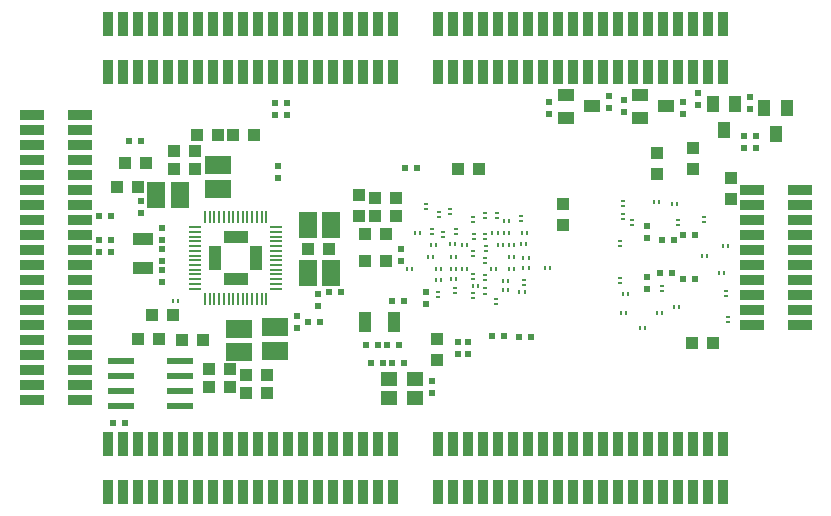
<source format=gbr>
G04 #@! TF.GenerationSoftware,KiCad,Pcbnew,5.1.0-rc2-unknown-036be7d~80~ubuntu16.04.1*
G04 #@! TF.CreationDate,2023-04-21T13:27:13+03:00*
G04 #@! TF.ProjectId,iMX8MPLUS-SOM_Rev_B,694d5838-4d50-44c5-9553-2d534f4d5f52,A*
G04 #@! TF.SameCoordinates,Original*
G04 #@! TF.FileFunction,Paste,Bot*
G04 #@! TF.FilePolarity,Positive*
%FSLAX46Y46*%
G04 Gerber Fmt 4.6, Leading zero omitted, Abs format (unit mm)*
G04 Created by KiCad (PCBNEW 5.1.0-rc2-unknown-036be7d~80~ubuntu16.04.1) date 2023-04-21 13:27:13*
%MOMM*%
%LPD*%
G04 APERTURE LIST*
%ADD10R,1.016000X1.016000*%
%ADD11R,1.400000X1.000000*%
%ADD12R,1.000000X2.000000*%
%ADD13R,2.000000X1.000000*%
%ADD14R,0.211000X1.011000*%
%ADD15R,1.011000X0.211000*%
%ADD16R,0.900000X2.000000*%
%ADD17R,2.000000X0.900000*%
%ADD18R,0.550000X0.500000*%
%ADD19R,0.500000X0.550000*%
%ADD20R,2.254000X1.554000*%
%ADD21R,1.554000X2.254000*%
%ADD22R,1.800000X1.000000*%
%ADD23R,1.000000X1.800000*%
%ADD24R,1.400000X1.200000*%
%ADD25R,2.200000X0.600000*%
%ADD26R,1.000000X1.400000*%
%ADD27R,0.381000X0.254000*%
%ADD28R,0.254000X0.381000*%
%ADD29R,2.054000X0.954000*%
G04 APERTURE END LIST*
D10*
X100076000Y-92075000D03*
X98298000Y-92075000D03*
D11*
X137068560Y-73212960D03*
X137068560Y-71310500D03*
X139278360Y-72265540D03*
X133055360Y-72265540D03*
X130845560Y-71310500D03*
X130845560Y-73212960D03*
D12*
X104620000Y-85090000D03*
D13*
X102870000Y-83340000D03*
D12*
X101120000Y-85090000D03*
D13*
X102870000Y-86840000D03*
D14*
X100270000Y-88540000D03*
X100670000Y-88540000D03*
X101070000Y-88540000D03*
X101470000Y-88540000D03*
X101870000Y-88540000D03*
X102270000Y-88540000D03*
X102670000Y-88540000D03*
X103070000Y-88540000D03*
X103470000Y-88540000D03*
X103870000Y-88540000D03*
X104270000Y-88540000D03*
X104670000Y-88540000D03*
X105070000Y-88540000D03*
X105470000Y-88540000D03*
D15*
X106320000Y-87690000D03*
X106320000Y-87290000D03*
X106320000Y-86890000D03*
X106320000Y-86490000D03*
X106320000Y-86090000D03*
X106320000Y-85690000D03*
X106320000Y-85290000D03*
X106320000Y-84890000D03*
X106320000Y-84490000D03*
X106320000Y-84090000D03*
X106320000Y-83690000D03*
X106320000Y-83290000D03*
X106320000Y-82890000D03*
X106320000Y-82490000D03*
D14*
X105470000Y-81640000D03*
X105070000Y-81640000D03*
X104670000Y-81640000D03*
X104270000Y-81640000D03*
X103870000Y-81640000D03*
X103470000Y-81640000D03*
X103070000Y-81640000D03*
X102670000Y-81640000D03*
X102270000Y-81640000D03*
X101870000Y-81640000D03*
X101470000Y-81640000D03*
X101070000Y-81640000D03*
X100670000Y-81640000D03*
X100270000Y-81640000D03*
D15*
X99420000Y-82490000D03*
X99420000Y-82890000D03*
X99420000Y-83290000D03*
X99420000Y-83690000D03*
X99420000Y-84090000D03*
X99420000Y-84490000D03*
X99420000Y-84890000D03*
X99420000Y-85290000D03*
X99420000Y-85690000D03*
X99420000Y-86090000D03*
X99420000Y-86490000D03*
X99420000Y-86890000D03*
X99420000Y-87290000D03*
X99420000Y-87690000D03*
D16*
X131445000Y-100838000D03*
X131445000Y-104902000D03*
X130175000Y-100838000D03*
X130175000Y-104902000D03*
X128905000Y-100838000D03*
X128905000Y-104902000D03*
X127635000Y-100838000D03*
X127635000Y-104902000D03*
X126365000Y-100838000D03*
X126365000Y-104902000D03*
X125095000Y-100838000D03*
X125095000Y-104902000D03*
X123825000Y-100838000D03*
X123825000Y-104902000D03*
X122555000Y-100838000D03*
X122555000Y-104902000D03*
X121285000Y-100838000D03*
X121285000Y-104902000D03*
X120015000Y-100838000D03*
X120015000Y-104902000D03*
X132715000Y-104902000D03*
X132715000Y-100838000D03*
X133985000Y-104902000D03*
X133985000Y-100838000D03*
X135255000Y-104902000D03*
X135255000Y-100838000D03*
X136525000Y-104902000D03*
X136525000Y-100838000D03*
X137795000Y-104902000D03*
X137795000Y-100838000D03*
X139065000Y-104902000D03*
X139065000Y-100838000D03*
X140335000Y-104902000D03*
X140335000Y-100838000D03*
X141605000Y-104902000D03*
X141605000Y-100838000D03*
X142875000Y-104902000D03*
X142875000Y-100838000D03*
X144145000Y-104902000D03*
X144145000Y-100838000D03*
X103505000Y-100838000D03*
X103505000Y-104902000D03*
X102235000Y-100838000D03*
X102235000Y-104902000D03*
X100965000Y-100838000D03*
X100965000Y-104902000D03*
X99695000Y-100838000D03*
X99695000Y-104902000D03*
X98425000Y-100838000D03*
X98425000Y-104902000D03*
X97155000Y-100838000D03*
X97155000Y-104902000D03*
X95885000Y-100838000D03*
X95885000Y-104902000D03*
X94615000Y-100838000D03*
X94615000Y-104902000D03*
X93345000Y-100838000D03*
X93345000Y-104902000D03*
X92075000Y-100838000D03*
X92075000Y-104902000D03*
X104775000Y-104902000D03*
X104775000Y-100838000D03*
X106045000Y-104902000D03*
X106045000Y-100838000D03*
X107315000Y-104902000D03*
X107315000Y-100838000D03*
X108585000Y-104902000D03*
X108585000Y-100838000D03*
X109855000Y-104902000D03*
X109855000Y-100838000D03*
X111125000Y-104902000D03*
X111125000Y-100838000D03*
X112395000Y-104902000D03*
X112395000Y-100838000D03*
X113665000Y-104902000D03*
X113665000Y-100838000D03*
X114935000Y-104902000D03*
X114935000Y-100838000D03*
X116205000Y-104902000D03*
X116205000Y-100838000D03*
D17*
X89662000Y-84455000D03*
X85598000Y-84455000D03*
X89662000Y-83185000D03*
X85598000Y-83185000D03*
X89662000Y-81915000D03*
X85598000Y-81915000D03*
X89662000Y-80645000D03*
X85598000Y-80645000D03*
X89662000Y-79375000D03*
X85598000Y-79375000D03*
X89662000Y-78105000D03*
X85598000Y-78105000D03*
X89662000Y-76835000D03*
X85598000Y-76835000D03*
X89662000Y-75565000D03*
X85598000Y-75565000D03*
X89662000Y-74295000D03*
X85598000Y-74295000D03*
X89662000Y-73025000D03*
X85598000Y-73025000D03*
X85598000Y-85725000D03*
X89662000Y-85725000D03*
X85598000Y-86995000D03*
X89662000Y-86995000D03*
X85598000Y-88265000D03*
X89662000Y-88265000D03*
X85598000Y-89535000D03*
X89662000Y-89535000D03*
X85598000Y-90805000D03*
X89662000Y-90805000D03*
X85598000Y-92075000D03*
X89662000Y-92075000D03*
X85598000Y-93345000D03*
X89662000Y-93345000D03*
X85598000Y-94615000D03*
X89662000Y-94615000D03*
X85598000Y-95885000D03*
X89662000Y-95885000D03*
X85598000Y-97155000D03*
X89662000Y-97155000D03*
D10*
X144780000Y-78359000D03*
X144780000Y-80137000D03*
X138557000Y-77978000D03*
X138557000Y-76200000D03*
X141605000Y-75819000D03*
X141605000Y-77597000D03*
X143256000Y-92329000D03*
X141478000Y-92329000D03*
D18*
X96647000Y-87122000D03*
X96647000Y-86106000D03*
X96647000Y-82550000D03*
X96647000Y-83566000D03*
D10*
X108966000Y-84328000D03*
X110744000Y-84328000D03*
X97663000Y-76073000D03*
X99441000Y-76073000D03*
X95758000Y-89916000D03*
X97536000Y-89916000D03*
X94615000Y-91948000D03*
X96393000Y-91948000D03*
X103759000Y-94996000D03*
X105537000Y-94996000D03*
X105537000Y-96520000D03*
X103759000Y-96520000D03*
X115570000Y-85344000D03*
X113792000Y-85344000D03*
X113284000Y-81534000D03*
X113284000Y-79756000D03*
X115570000Y-83058000D03*
X113792000Y-83058000D03*
X99441000Y-77597000D03*
X97663000Y-77597000D03*
X99568000Y-74676000D03*
X101346000Y-74676000D03*
X93472000Y-77089000D03*
X95250000Y-77089000D03*
X94615000Y-79121000D03*
X92837000Y-79121000D03*
X102362000Y-94488000D03*
X100584000Y-94488000D03*
X102362000Y-96012000D03*
X100584000Y-96012000D03*
X102616000Y-74676000D03*
X104394000Y-74676000D03*
X123444000Y-77597000D03*
X121666000Y-77597000D03*
X130556000Y-82296000D03*
X130556000Y-80518000D03*
D19*
X93472000Y-99060000D03*
X92456000Y-99060000D03*
D10*
X114681000Y-80010000D03*
X116459000Y-80010000D03*
X114681000Y-81534000D03*
X116459000Y-81534000D03*
X119888000Y-93726000D03*
X119888000Y-91948000D03*
D18*
X121666000Y-92202000D03*
X121666000Y-93218000D03*
X116840000Y-84328000D03*
X116840000Y-85344000D03*
D19*
X116713000Y-92456000D03*
X115697000Y-92456000D03*
X113919000Y-92456000D03*
X114935000Y-92456000D03*
D18*
X119507000Y-95504000D03*
X119507000Y-96520000D03*
D19*
X114300000Y-93980000D03*
X115316000Y-93980000D03*
D16*
X116205000Y-65278000D03*
X116205000Y-69342000D03*
X114935000Y-65278000D03*
X114935000Y-69342000D03*
X113665000Y-65278000D03*
X113665000Y-69342000D03*
X112395000Y-65278000D03*
X112395000Y-69342000D03*
X111125000Y-65278000D03*
X111125000Y-69342000D03*
X109855000Y-65278000D03*
X109855000Y-69342000D03*
X108585000Y-65278000D03*
X108585000Y-69342000D03*
X107315000Y-65278000D03*
X107315000Y-69342000D03*
X106045000Y-65278000D03*
X106045000Y-69342000D03*
X104775000Y-65278000D03*
X104775000Y-69342000D03*
X92075000Y-69342000D03*
X92075000Y-65278000D03*
X93345000Y-69342000D03*
X93345000Y-65278000D03*
X94615000Y-69342000D03*
X94615000Y-65278000D03*
X95885000Y-69342000D03*
X95885000Y-65278000D03*
X97155000Y-69342000D03*
X97155000Y-65278000D03*
X98425000Y-69342000D03*
X98425000Y-65278000D03*
X99695000Y-69342000D03*
X99695000Y-65278000D03*
X100965000Y-69342000D03*
X100965000Y-65278000D03*
X102235000Y-69342000D03*
X102235000Y-65278000D03*
X103505000Y-69342000D03*
X103505000Y-65278000D03*
X131445000Y-65278000D03*
X131445000Y-69342000D03*
X130175000Y-65278000D03*
X130175000Y-69342000D03*
X128905000Y-65278000D03*
X128905000Y-69342000D03*
X127635000Y-65278000D03*
X127635000Y-69342000D03*
X126365000Y-65278000D03*
X126365000Y-69342000D03*
X125095000Y-65278000D03*
X125095000Y-69342000D03*
X123825000Y-65278000D03*
X123825000Y-69342000D03*
X122555000Y-65278000D03*
X122555000Y-69342000D03*
X121285000Y-65278000D03*
X121285000Y-69342000D03*
X120015000Y-65278000D03*
X120015000Y-69342000D03*
X132715000Y-69342000D03*
X132715000Y-65278000D03*
X133985000Y-69342000D03*
X133985000Y-65278000D03*
X135255000Y-69342000D03*
X135255000Y-65278000D03*
X136525000Y-69342000D03*
X136525000Y-65278000D03*
X137795000Y-69342000D03*
X137795000Y-65278000D03*
X139065000Y-69342000D03*
X139065000Y-65278000D03*
X140335000Y-69342000D03*
X140335000Y-65278000D03*
X141605000Y-69342000D03*
X141605000Y-65278000D03*
X142875000Y-69342000D03*
X142875000Y-65278000D03*
X144145000Y-69342000D03*
X144145000Y-65278000D03*
D20*
X106172000Y-90948000D03*
X106172000Y-92948000D03*
D21*
X108966000Y-86360000D03*
X110966000Y-86360000D03*
X110982000Y-82296000D03*
X108982000Y-82296000D03*
D20*
X101346000Y-77232000D03*
X101346000Y-79232000D03*
D22*
X94996000Y-83459000D03*
X94996000Y-85959000D03*
D23*
X113812000Y-90551000D03*
X116312000Y-90551000D03*
D24*
X115867000Y-95339000D03*
X118067000Y-96939000D03*
X118067000Y-95339000D03*
X115867000Y-96939000D03*
D18*
X137668000Y-82423000D03*
X137668000Y-83439000D03*
D19*
X139954000Y-83566000D03*
X138938000Y-83566000D03*
X141732000Y-83185000D03*
X140716000Y-83185000D03*
D18*
X137668000Y-87757000D03*
X137668000Y-86741000D03*
D19*
X139827000Y-86360000D03*
X138811000Y-86360000D03*
X141732000Y-86868000D03*
X140716000Y-86868000D03*
D18*
X106426000Y-77343000D03*
X106426000Y-78359000D03*
D19*
X107188000Y-73025000D03*
X106172000Y-73025000D03*
X107188000Y-72009000D03*
X106172000Y-72009000D03*
D18*
X96647000Y-85344000D03*
X96647000Y-84328000D03*
X108077000Y-90043000D03*
X108077000Y-91059000D03*
D19*
X110744000Y-88011000D03*
X111760000Y-88011000D03*
X109982000Y-90551000D03*
X108966000Y-90551000D03*
D18*
X109855000Y-89154000D03*
X109855000Y-88138000D03*
D19*
X126873000Y-91821000D03*
X127889000Y-91821000D03*
X125603000Y-91694000D03*
X124587000Y-91694000D03*
D18*
X122555000Y-92202000D03*
X122555000Y-93218000D03*
D19*
X117221000Y-77470000D03*
X118237000Y-77470000D03*
D18*
X118999000Y-89027000D03*
X118999000Y-88011000D03*
D19*
X116078000Y-88773000D03*
X117094000Y-88773000D03*
X117094000Y-93980000D03*
X116078000Y-93980000D03*
D25*
X93171000Y-97663000D03*
X93171000Y-96393000D03*
X93171000Y-95123000D03*
X93171000Y-93853000D03*
X98171000Y-93853000D03*
X98171000Y-95123000D03*
X98171000Y-96393000D03*
X98171000Y-97663000D03*
D26*
X147640040Y-72425560D03*
X149542500Y-72425560D03*
X148587460Y-74635360D03*
X144203420Y-74254360D03*
X145158460Y-72044560D03*
X143256000Y-72044560D03*
D18*
X146431000Y-71501000D03*
X146431000Y-72517000D03*
X141986000Y-71120000D03*
X141986000Y-72136000D03*
X146939000Y-75819000D03*
X146939000Y-74803000D03*
X145923000Y-74803000D03*
X145923000Y-75819000D03*
X129413000Y-71882000D03*
X129413000Y-72898000D03*
X135763000Y-71755000D03*
X135763000Y-72771000D03*
X134493000Y-71374000D03*
X134493000Y-72390000D03*
X140716000Y-72898000D03*
X140716000Y-71882000D03*
D27*
X124028200Y-84505800D03*
X124028200Y-84074000D03*
X123000000Y-84534100D03*
X123000000Y-84965900D03*
D28*
X125488700Y-84023200D03*
X125056900Y-84023200D03*
X122453400Y-84000000D03*
X122021600Y-84000000D03*
D27*
X123063000Y-83034100D03*
X123063000Y-83465900D03*
X123952000Y-83465900D03*
X123952000Y-83034100D03*
D28*
X125044200Y-83007200D03*
X124612400Y-83007200D03*
D27*
X122986800Y-81661000D03*
X122986800Y-82092800D03*
X124002800Y-86995000D03*
X124002800Y-86563200D03*
X122986800Y-86448900D03*
X122986800Y-86880700D03*
D28*
X126022100Y-86004400D03*
X126453900Y-86004400D03*
X125590300Y-82956400D03*
X126022100Y-82956400D03*
X126453900Y-84023200D03*
X126022100Y-84023200D03*
D27*
X119507000Y-83108800D03*
X119507000Y-82677000D03*
D28*
X121500900Y-85000000D03*
X121069100Y-85000000D03*
X126022100Y-85000000D03*
X126453900Y-85000000D03*
X124500000Y-86000000D03*
X124931800Y-86000000D03*
X121500900Y-86000000D03*
X121069100Y-86000000D03*
X122453400Y-86004400D03*
X122021600Y-86004400D03*
X121069100Y-86918800D03*
X121500900Y-86918800D03*
X125514100Y-87045800D03*
X125945900Y-87045800D03*
D27*
X127000000Y-82003900D03*
X127000000Y-81572100D03*
D28*
X127330200Y-87985600D03*
X126898400Y-87985600D03*
D27*
X127254000Y-86944200D03*
X127254000Y-87376000D03*
D28*
X127673100Y-85979000D03*
X127241300Y-85979000D03*
X127241300Y-85064600D03*
X127673100Y-85064600D03*
X127495300Y-83947000D03*
X127063500Y-83947000D03*
X127114300Y-82956400D03*
X127546100Y-82956400D03*
X119138700Y-85013800D03*
X119570500Y-85013800D03*
X117386100Y-86000000D03*
X117817900Y-86000000D03*
X120230900Y-86995000D03*
X119799100Y-86995000D03*
X98005900Y-88773000D03*
X97574100Y-88773000D03*
D27*
X124002800Y-81267300D03*
X124002800Y-81699100D03*
D28*
X125590300Y-81991200D03*
X126022100Y-81991200D03*
X125514100Y-87833200D03*
X125945900Y-87833200D03*
D27*
X121005600Y-80975200D03*
X121005600Y-81407000D03*
X124993400Y-81699100D03*
X124993400Y-81267300D03*
X118999000Y-80556100D03*
X118999000Y-80987900D03*
D28*
X119830900Y-84000000D03*
X119399100Y-84000000D03*
X118465600Y-83007200D03*
X118033800Y-83007200D03*
D27*
X124917200Y-89014300D03*
X124917200Y-88582500D03*
X123000000Y-88034100D03*
X123000000Y-88465900D03*
X120091200Y-81216500D03*
X120091200Y-81648300D03*
X120396000Y-83362800D03*
X120396000Y-82931000D03*
X121539000Y-82677000D03*
X121539000Y-83108800D03*
X120015000Y-88442800D03*
X120015000Y-88011000D03*
X121412000Y-87630000D03*
X121412000Y-88061800D03*
D28*
X119799100Y-86000000D03*
X120230900Y-86000000D03*
D27*
X124002800Y-85521800D03*
X124002800Y-85090000D03*
D28*
X121031000Y-83947000D03*
X121462800Y-83947000D03*
X123367800Y-87444580D03*
X122936000Y-87444580D03*
D27*
X123985020Y-87673180D03*
X123985020Y-88104980D03*
X135636000Y-81838800D03*
X135636000Y-81407000D03*
X142494000Y-82042000D03*
X142494000Y-81610200D03*
X138938000Y-87503000D03*
X138938000Y-87934800D03*
X144399000Y-88315800D03*
X144399000Y-87884000D03*
X140335000Y-82346800D03*
X140335000Y-81915000D03*
D28*
X144200000Y-86360000D03*
X143768200Y-86360000D03*
X139992100Y-89281000D03*
X140423900Y-89281000D03*
X135940800Y-89789000D03*
X135509000Y-89789000D03*
D27*
X136398000Y-82346800D03*
X136398000Y-81915000D03*
X135382000Y-87210900D03*
X135382000Y-86779100D03*
D28*
X140208000Y-80518000D03*
X139776200Y-80518000D03*
X138938000Y-89789000D03*
X138506200Y-89789000D03*
X144526000Y-84074000D03*
X144094200Y-84074000D03*
X142798800Y-84963000D03*
X142367000Y-84963000D03*
D27*
X135636000Y-80733900D03*
X135636000Y-80302100D03*
X144526000Y-90512900D03*
X144526000Y-90081100D03*
X135432800Y-83642200D03*
X135432800Y-84074000D03*
D28*
X136105900Y-88138000D03*
X135674100Y-88138000D03*
X138734800Y-80391000D03*
X138303000Y-80391000D03*
X137502900Y-91059000D03*
X137071100Y-91059000D03*
D18*
X94869000Y-81280000D03*
X94869000Y-80264000D03*
D19*
X92329000Y-81534000D03*
X91313000Y-81534000D03*
X92329000Y-83566000D03*
X91313000Y-83566000D03*
D29*
X146558000Y-79375000D03*
X150622000Y-79375000D03*
X146558000Y-80645000D03*
X150622000Y-80645000D03*
X146558000Y-81915000D03*
X150622000Y-81915000D03*
X146558000Y-83185000D03*
X150622000Y-83185000D03*
X146558000Y-84455000D03*
X150622000Y-84455000D03*
X146558000Y-85725000D03*
X150622000Y-85725000D03*
X146558000Y-86995000D03*
X150622000Y-86995000D03*
X146558000Y-88265000D03*
X150622000Y-88265000D03*
X146558000Y-89535000D03*
X150622000Y-89535000D03*
X146558000Y-90805000D03*
X150622000Y-90805000D03*
D19*
X94869000Y-75184000D03*
X93853000Y-75184000D03*
X92329000Y-84582000D03*
X91313000Y-84582000D03*
D28*
X129501900Y-85979000D03*
X129070100Y-85979000D03*
D21*
X98155000Y-79756000D03*
X96155000Y-79756000D03*
D20*
X103124000Y-91075000D03*
X103124000Y-93075000D03*
M02*

</source>
